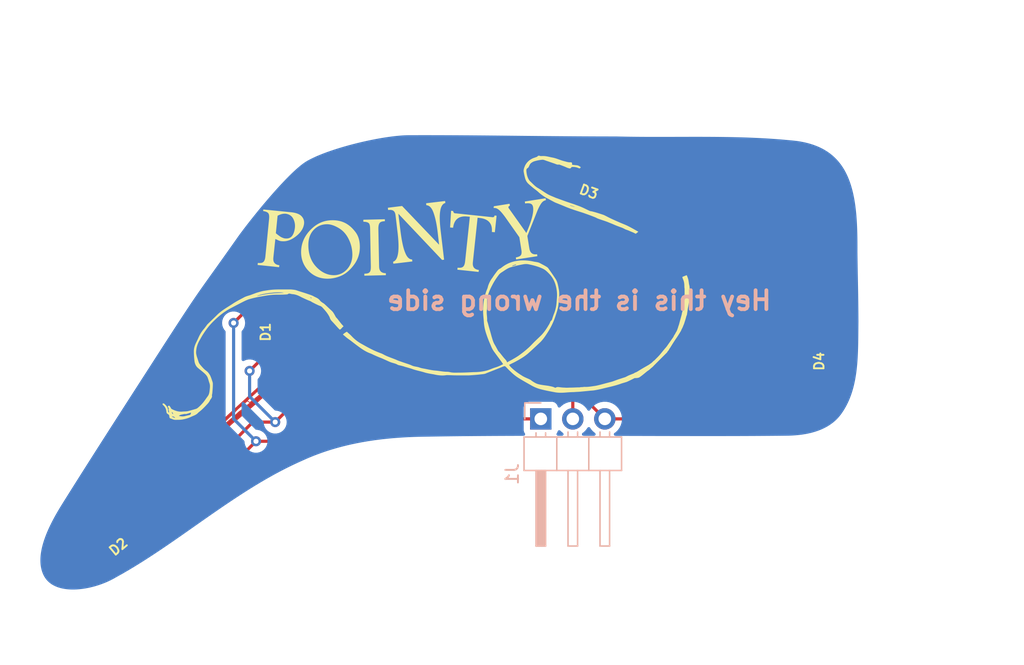
<source format=kicad_pcb>
(kicad_pcb (version 20211014) (generator pcbnew)
  (layers (0 "F.Cu" signal) (31 "B.Cu" signal) (34 "B.Paste" user) (35 "F.Paste" user) (36 "B.SilkS" user "B.Silkscreen") (37 "F.SilkS" user "F.Silkscreen") (38 "B.Mask" user) (39 "F.Mask" user) (44 "Edge.Cuts" user))
  (net 0 "")
  (net 1 "Net-(D1-Pad1)")
  (net 2 "Net-(D1-Pad2)")
  (net 3 "Net-(D3-Pad2)")
  (footprint "Custom4:Custom_LessSilkscreenLED_1206_3216Metric_Pad1.42x1.75mm_HandSolder" (layer "F.Cu") (at 35.052 40.3495 90)
    (fp_text reference "D1")
    (fp_text value "LED")
  )
  (footprint "Custom4:Custom_LessSilkscreenLED_1206_3216Metric_Pad1.42x1.75mm_HandSolder" (layer "F.Cu") (at 60.706 29.21 -20)
    (fp_text reference "D3")
    (fp_text value "LED")
  )
  (footprint "Custom4:pointy" (layer "F.Cu") (at 49.022 38.608)
    (fp_text reference "svg2mod" hide)
    (fp_text value "G***" hide)
    (fp_poly (pts (xy -32.345313 20.16125) (xy -32.335537 20.258964) (xy -32.323573 20.354452) (xy -32.309452 20.44773) (xy -32.293207 20.538818) (xy -32.274871 20.627732) (xy -32.254478 20.714492) (xy -32.232058 20.799114) (xy -32.207647 20.881617) (xy -32.181275 20.962017) (xy -32.152977 21.040335) (xy -32.122785 21.116586) (xy -32.090731 21.190789) (xy -32.056848 21.262963) (xy -32.02117 21.333124) (xy -31.983729 21.40129) (xy -31.944558 21.46748) (xy -31.903689 21.531712) (xy -31.861156 21.594003) (xy -31.816991 21.65437) (xy -31.771227 21.712833) (xy -31.723897 21.769409) (xy -31.675034 21.824115) (xy -31.62467 21.87697) (xy -31.572838 21.927991) (xy -31.519571 21.977197) (xy -31.464902 22.024604) (xy -31.408863 22.070232) (xy -31.351488 22.114098) (xy -31.292809 22.156219) (xy -31.23286 22.196614) (xy -31.171672 22.235301) (xy -31.109278 22.272297) (xy -31.045712 22.30762) (xy -30.981006 22.341289) (xy -30.915193 22.37332) (xy -30.848306 22.403733) (xy -30.780377 22.432544) (xy -30.71144 22.459771) (xy -30.641527 22.485433) (xy -30.570671 22.509548) (xy -30.498905 22.532133) (xy -30.426261 22.553205) (xy -30.352772 22.572784) (xy -30.278472 22.590887) (xy -30.203393 22.607531) (xy -30.127567 22.622735) (xy -30.051028 22.636516) (xy -29.973808 22.648892) (xy -29.895941 22.659882) (xy -29.817458 22.669503) (xy -29.738393 22.677773) (xy -29.658778 22.684709) (xy -29.578647 22.69033) (xy -29.498032 22.694654) (xy -29.416966 22.697698) (xy -29.335482 22.69948) (xy -29.253612 22.700018) (xy -29.171389 22.69933) (xy -29.088847 22.697435) (xy -29.006017 22.694349) (xy -28.922933 22.69009) (xy -28.839628 22.684677) (xy -28.756134 22.678127) (xy -28.672484 22.670459) (xy -28.58871 22.66169) (xy -28.504847 22.651837) (xy -28.420926 22.64092) (xy -28.33698 22.628955) (xy -28.253042 22.61596) (xy -28.169145 22.601954) (xy -28.085322 22.586955) (xy -28.001605 22.570979) (xy -27.918028 22.554046) (xy -27.834622 22.536172) (xy -27.751422 22.517376) (xy -27.668459 22.497676) (xy -27.585766 22.47709) (xy -27.503377 22.455634) (xy -27.421324 22.433328) (xy -27.339639 22.41019) (xy -27.258356 22.386236) (xy -27.177508 22.361485) (xy -27.097127 22.335954) (xy -27.017245 22.309663) (xy -26.937897 22.282627) (xy -26.859114 22.254866) (xy -26.78093 22.226398) (xy -26.703377 22.197239) (xy -26.626488 22.167408) (xy -26.550295 22.136923) (xy -26.474832 22.105802) (xy -26.400132 22.074062) (xy -26.326227 22.041722) (xy -26.25315 22.008799) (xy -26.180933 21.975311) (xy -26.10961 21.941277) (xy -26.039214 21.906713) (xy -25.969776 21.871638) (xy -25.901331 21.836069) (xy -25.83391 21.800025) (xy -25.767547 21.763523) (xy -25.702275 21.726582) (xy -25.638125 21.689219) (xy -25.553559 21.642927) (xy -25.469089 21.59636) (xy -25.384715 21.549523) (xy -25.300434 21.502419) (xy -25.216246 21.45505) (xy -25.132149 21.407422) (xy -25.048141 21.359537) (xy -24.964223 21.311399) (xy -24.880391 21.263012) (xy -24.796646 21.214379) (xy -24.712985 21.165503) (xy -24.629407 21.116389) (xy -24.545911 21.067041) (xy -24.462496 21.01746) (xy -24.379161 20.967652) (xy -24.295903 20.91762) (xy -24.212722 20.867367) (xy -24.129617 20.816897) (xy -24.046586 20.766213) (xy -23.963628 20.71532) (xy -23.880741 20.66422) (xy -23.797924 20.612917) (xy -23.715176 20.561416) (xy -23.632496 20.509719) (xy -23.549883 20.457829) (xy -23.467334 20.405752) (xy -23.384849 20.35349) (xy -23.302426 20.301046) (xy -23.220064 20.248426) (xy -23.137762 20.195631) (xy -23.055519 20.142665) (xy -22.973332 20.089533) (xy -22.891201 20.036238) (xy -22.809125 19.982782) (xy -22.727102 19.929171) (xy -22.645131 19.875408) (xy -22.563211 19.821495) (xy -22.48134 19.767438) (xy -22.399517 19.713238) (xy -22.31774 19.6589) (xy -22.236009 19.604428) (xy -22.154322 19.549825) (xy -22.072677 19.495095) (xy -21.991074 19.440241) (xy -21.909512 19.385267) (xy -21.827987 19.330176) (xy -21.746501 19.274972) (xy -21.665051 19.219659) (xy -21.583635 19.16424) (xy -21.502253 19.108718) (xy -21.420903 19.053098) (xy -21.339585 18.997383) (xy -21.258295 18.941577) (xy -21.177035 18.885683) (xy -21.095801 18.829704) (xy -21.014593 18.773645) (xy -20.933409 18.717509) (xy -20.852249 18.661299) (xy -20.77111 18.605019) (xy -20.689992 18.548673) (xy -20.608893 18.492264) (xy -20.527811 18.435796) (xy -20.446747 18.379273) (xy -20.365697 18.322697) (xy -20.284662 18.266073) (xy -20.203639 18.209404) (xy -20.122627 18.152694) (xy -20.041626 18.095947) (xy -19.960633 18.039165) (xy -19.879647 17.982353) (xy -19.798668 17.925514) (xy -19.717693 17.868652) (xy -19.636722 17.81177) (xy -19.555753 17.754873) (xy -19.474785 17.697962) (xy -19.393816 17.641043) (xy -19.312846 17.584118) (xy -19.231872 17.527192) (xy -19.150894 17.470267) (xy -19.069911 17.413348) (xy -18.98892 17.356438) (xy -18.907921 17.299541) (xy -18.826913 17.24266) (xy -18.745893 17.185798) (xy -18.664861 17.12896) (xy -18.583816 17.072149) (xy -18.502756 17.015369) (xy -18.42168 16.958623) (xy -18.340586 16.901914) (xy -18.259473 16.845247) (xy -18.178341 16.788625) (xy -18.097187 16.732051) (xy -18.01601 16.675529) (xy -17.934809 16.619063) (xy -17.853583 16.562657) (xy -17.77233 16.506313) (xy -17.691049 16.450035) (xy -17.609739 16.393828) (xy -17.528399 16.337694) (xy -17.447026 16.281638) (xy -17.365621 16.225662) (xy -17.28418 16.169771) (xy -17.202704 16.113968) (xy -17.121191 16.058256) (xy -17.03964 16.00264) (xy -16.958049 15.947122) (xy -16.876416 15.891707) (xy -16.794742 15.836397) (xy -16.713024 15.781197) (xy -16.63126 15.72611) (xy -16.549451 15.67114) (xy -16.467594 15.61629) (xy -16.385688 15.561565) (xy -16.303732 15.506966) (xy -16.221724 15.452499) (xy -16.139663 15.398166) (xy -16.057549 15.343971) (xy -15.975379 15.289919) (xy -15.893152 15.236011) (xy -15.810867 15.182253) (xy -15.728523 15.128647) (xy -15.646118 15.075198) (xy -15.563651 15.021908) (xy -15.481121 14.968782) (xy -15.398526 14.915822) (xy -15.315865 14.863034) (xy -15.233137 14.810419) (xy -15.150341 14.757982) (xy -15.067474 14.705726) (xy -14.984537 14.653655) (xy -14.901527 14.601773) (xy -14.818443 14.550082) (xy -14.735285 14.498588) (xy -14.65205 14.447292) (xy -14.568737 14.3962) (xy -14.485345 14.345314) (xy -14.401873 14.294638) (xy -14.318319 14.244175) (xy -14.234683 14.19393) (xy -14.150962 14.143905) (xy -14.067155 14.094105) (xy -13.983262 14.044533) (xy -13.89928 13.995192) (xy -13.81521 13.946087) (xy -13.731048 13.89722) (xy -13.646794 13.848596) (xy -13.562447 13.800217) (xy -13.478005 13.752088) (xy -13.393467 13.704212) (xy -13.308832 13.656593) (xy -13.224098 13.609234) (xy -13.139264 13.562138) (xy -13.054329 13.515311) (xy -12.969292 13.468754) (xy -12.88415 13.422472) (xy -12.798904 13.376468) (xy -12.713551 13.330746) (xy -12.62809 13.285309) (xy -12.54252 13.240161) (xy -12.456839 13.195306) (xy -12.371047 13.150747) (xy -12.285142 13.106488) (xy -12.199122 13.062532) (xy -12.112987 13.018882) (xy -12.026735 12.975544) (xy -11.940365 12.932519) (xy -11.853875 12.889813) (xy -11.767264 12.847427) (xy -11.680531 12.805366) (xy -11.593674 12.763634) (xy -11.506693 12.722234) (xy -11.419585 12.681169) (xy -11.33235 12.640444) (xy -11.244987 12.600062) (xy -11.157493 12.560025) (xy -11.069868 12.520339) (xy -10.98211 12.481007) (xy -10.894219 12.442031) (xy -10.803968 12.400468) (xy -10.713578 12.359473) (xy -10.62305 12.319044) (xy -10.532385 12.279176) (xy -10.441585 12.239867) (xy -10.350649 12.201113) (xy -10.25958 12.162911) (xy -10.168378 12.125257) (xy -10.077044 12.088148) (xy -9.985579 12.051581) (xy -9.893985 12.015553) (xy -9.802262 11.980059) (xy -9.710411 11.945097) (xy -9.618435 11.910664) (xy -9.526332 11.876756) (xy -9.434105 11.843369) (xy -9.341755 11.8105) (xy -9.249282 11.778147) (xy -9.156688 11.746305) (xy -9.063973 11.714971) (xy -8.97114 11.684142) (xy -8.878188 11.653815) (xy -8.785119 11.623986) (xy -8.691934 11.594651) (xy -8.598633 11.565809) (xy -8.505219 11.537454) (xy -8.411692 11.509584) (xy -8.318052 11.482196) (xy -8.224302 11.455285) (xy -8.130442 11.428849) (xy -8.036473 11.402885) (xy -7.942396 11.377389) (xy -7.848212 11.352357) (xy -7.753923 11.327787) (xy -7.659529 11.303675) (xy -7.565031 11.280017) (xy -7.470431 11.25681) (xy -7.375729 11.234052) (xy -7.280927 11.211738) (xy -7.186025 11.189865) (xy -7.091024 11.16843) (xy -6.995926 11.14743) (xy -6.900732 11.126861) (xy -6.805443 11.106719) (xy -6.710059 11.087002) (xy -6.614582 11.067706) (xy -6.519012 11.048828) (xy -6.423352 11.030364) (xy -6.327601 11.012312) (xy -6.231762 10.994667) (xy -6.135834 10.977426) (xy -6.039819 10.960586) (xy -5.943718 10.944145) (xy -5.847532 10.928097) (xy -5.751263 10.91244) (xy -5.65491 10.897171) (xy -5.558476 10.882286) (xy -5.461961 10.867782) (xy -5.365366 10.853655) (xy -5.268693 10.839903) (xy -5.171942 10.826522) (xy -5.075114 10.813508) (xy -4.97821 10.800858) (xy -4.881233 10.788569) (xy -4.784181 10.776637) (xy -4.687057 10.76506) (xy -4.589862 10.753833) (xy -4.492596 10.742953) (xy -4.395261 10.732418) (xy -4.297858 10.722223) (xy -4.200388 10.712366) (xy -4.102851 10.702842) (xy -4.005249 10.693649) (xy -3.907583 10.684784) (xy -3.809854 10.676242) (xy -3.712063 10.668021) (xy -3.61421 10.660117) (xy -3.516298 10.652527) (xy -3.418327 10.645248) (xy -3.320298 10.638275) (xy -3.222212 10.631607) (xy -3.12407 10.625239) (xy -3.025874 10.619168) (xy -2.927624 10.61339) (xy -2.829321 10.607904) (xy -2.730966 10.602704) (xy -2.632561 10.597788) (xy -2.534106 10.593152) (xy -2.435603 10.588793) (xy -2.337052 10.584708) (xy -2.238455 10.580894) (xy -2.139812 10.577346) (xy -2.041125 10.574062) (xy -1.942395 10.571038) (xy -1.843622 10.56827) (xy -1.744808 10.565757) (xy -1.645954 10.563494) (xy -1.547061 10.561477) (xy -1.448129 10.559704) (xy -1.349161 10.558171) (xy -1.250156 10.556875) (xy -1.153315 10.55525) (xy -1.056318 10.553649) (xy -0.959169 10.552072) (xy -0.861868 10.550518) (xy -0.764416 10.548988) (xy -0.666816 10.54748) (xy -0.569069 10.545996) (xy -0.471175 10.544534) (xy -0.373138 10.543095) (xy -0.274957 10.541679) (xy -0.176634 10.540285) (xy -0.078172 10.538914) (xy 0.020429 10.537564) (xy 0.119167 10.536237) (xy 0.218041 10.534931) (xy 0.317049 10.533647) (xy 0.41619 10.532384) (xy 0.515462 10.531143) (xy 0.614865 10.529923) (xy 0.714395 10.528724) (xy 0.814053 10.527546) (xy 0.913836 10.526388) (xy 1.013743 10.525252) (xy 1.113773 10.524135) (xy 1.213924 10.523039) (xy 1.314194 10.521964) (xy 1.414583 10.520908) (xy 1.515089 10.519872) (xy 1.61571 10.518856) (xy 1.716445 10.517859) (xy 1.817293 10.516882) (xy 1.918251 10.515924) (xy 2.019319 10.514985) (xy 2.120495 10.514065) (xy 2.221777 10.513164) (xy 2.323165 10.512281) (xy 2.424657 10.511417) (xy 2.52625 10.510572) (xy 2.627945 10.509744) (xy 2.729739 10.508935) (xy 2.831631 10.508144) (xy 2.933619 10.50737) (xy 3.035702 10.506614) (xy 3.137879 10.505876) (xy 3.240148 10.505154) (xy 3.342507 10.50445) (xy 3.444956 10.503763) (xy 3.547492 10.503093) (xy 3.650115 10.502439) (xy 3.752822 10.501802) (xy 3.855613 10.501182) (xy 3.958485 10.500578) (xy 4.061439 10.499989) (xy 4.164471 10.499417) (xy 4.26758 10.498861) (xy 4.370766 10.49832) (xy 4.474026 10.497795) (xy 4.57736 10.497285) (xy 4.680765 10.496791) (xy 4.78424 10.496311) (xy 4.887785 10.495846) (xy 4.991396 10.495396) (xy 5.095074 10.494961) (xy 5.198816 10.49454) (xy 5.302621 10.494134) (xy 5.406487 10.493742) (xy 5.510414 10.493363) (xy 5.614399 10.492999) (xy 5.718441 10.492648) (xy 5.822539 10.492311) (xy 5.926692 10.491987) (xy 6.030897 10.491677) (xy 6.135153 10.49138) (xy 6.23946 10.491095) (xy 6.343815 10.490824) (xy 6.448216 10.490565) (xy 6.552664 10.490318) (xy 6.657155 10.490084) (xy 6.761689 10.489863) (xy 6.866265 10.489653) (xy 6.97088 10.489455) (xy 7.075533 10.489269) (xy 7.180223 10.489095) (xy 7.284949 10.488932) (xy 7.389708 10.48878) (xy 7.4945 10.48864) (xy 7.599322 10.48851) (xy 7.704175 10.488392) (xy 7.809055 10.488284) (xy 7.913962 10.488187) (xy 8.018895 10.4881) (xy 8.12385 10.488023) (xy 8.228829 10.487957) (xy 8.333828 10.4879) (xy 8.438846 10.487854) (xy 8.543882 10.487817) (xy 8.648935 10.487789) (xy 8.754003 10.487771) (xy 8.859084 10.487762) (xy 8.964178 10.487763) (xy 9.069282 10.487772) (xy 9.174395 10.48779) (xy 9.279516 10.487816) (xy 9.384643 10.487851) (xy 9.489775 10.487895) (xy 9.59491 10.487946) (xy 9.700048 10.488006) (xy 9.805185 10.488073) (xy 9.910322 10.488148) (xy 10.015456 10.488231) (xy 10.120587 10.488321) (xy 10.225712 10.488419) (xy 10.33083 10.488523) (xy 10.43594 10.488635) (xy 10.54104 10.488753) (xy 10.646129 10.488878) (xy 10.751205 10.48901) (xy 10.856268 10.489148) (xy 10.961315 10.489292) (xy 11.066344 10.489442) (xy 11.171356 10.489598) (xy 11.276347 10.48976) (xy 11.381317 10.489928) (xy 11.486264 10.490101) (xy 11.591187 10.490279) (xy 11.696084 10.490463) (xy 11.800954 10.490651) (xy 11.905796 10.490845) (xy 12.010607 10.491043) (xy 12.115387 10.491246) (xy 12.220134 10.491453) (xy 12.324846 10.491665) (xy 12.429523 10.49188) (xy 12.534162 10.4921) (xy 12.638762 10.492323) (xy 12.743322 10.492551) (xy 12.84784 10.492781) (xy 12.952315 10.493015) (xy 13.056746 10.493253) (xy 13.16113 10.493493) (xy 13.265467 10.493736) (xy 13.369755 10.493982) (xy 13.473992 10.494231) (xy 13.578178 10.494482) (xy 13.68231 10.494736) (xy 13.786387 10.494991) (xy 13.890408 10.495249) (xy 13.994372 10.495509) (xy 14.098276 10.49577) (xy 14.202119 10.496033) (xy 14.305901 10.496297) (xy 14.409619 10.496563) (xy 14.513272 10.49683) (xy 14.616858 10.497098) (xy 14.720377 10.497366) (xy 14.823826 10.497636) (xy 14.927205 10.497906) (xy 15.030511 10.498176) (xy 15.133743 10.498446) (xy 15.2369 10.498717) (xy 15.339981 10.498987) (xy 15.442984 10.499258) (xy 15.545907 10.499528) (xy 15.648749 10.499797) (xy 15.751508 10.500066) (xy 15.854184 10.500334) (xy 15.956775 10.500601) (xy 16.059278 10.500866) (xy 16.161693 10.501131) (xy 16.264019 10.501394) (xy 16.366253 10.501656) (xy 16.468395 10.501916) (xy 16.570443 10.502174) (xy 16.672395 10.50243) (xy 16.77425 10.502684) (xy 16.876007 10.502935) (xy 16.977664 10.503184) (xy 17.07922 10.503431) (xy 17.180672 10.503675) (xy 17.282021 10.503916) (xy 17.383263 10.504153) (xy 17.484399 10.504388) (xy 17.585426 10.504619) (xy 17.686343 10.504847) (xy 17.787148 10.505071) (xy 17.887841 10.505291) (xy 17.988419 10.505507) (xy 18.088881 10.50572) (xy 18.189225 10.505928) (xy 18.289451 10.506131) (xy 18.389557 10.50633) (xy 18.489541 10.506524) (xy 18.589402 10.506714) (xy 18.689138 10.506898) (xy 18.788748 10.507077) (xy 18.88823 10.507251) (xy 18.987584 10.50742) (xy 19.086807 10.507583) (xy 19.185898 10.50774) (xy 19.284856 10.507891) (xy 19.383679 10.508036) (xy 19.482366 10.508175) (xy 19.580915 10.508308) (xy 19.679325 10.508434) (xy 19.777595 10.508553) (xy 19.875722 10.508666) (xy 19.973706 10.508772) (xy 20.071545 10.50887) (xy 20.169237 10.508962) (xy 20.266781 10.509046) (xy 20.364177 10.509122) (xy 20.461421 10.509191) (xy 20.558513 10.509251) (xy 20.655451 10.509304) (xy 20.752235 10.509349) (xy 20.848861 10.509385) (xy 20.94533 10.509413) (xy 21.041639 10.509433) (xy 21.137787 10.509443) (xy 21.233772 10.509445) (xy 21.329594 10.509437) (xy 21.425251 10.509421) (xy 21.52074 10.509395) (xy 21.616061 10.50936) (xy 21.711213 10.509314) (xy 21.806194 10.50926) (xy 21.901002 10.509195) (xy 21.995635 10.50912) (xy 22.090094 10.509035) (xy 22.184375 10.508939) (xy 22.278478 10.508833) (xy 22.372401 10.508716) (xy 22.466143 10.508589) (xy 22.559701 10.50845) (xy 22.653076 10.5083) (xy 22.746265 10.508139) (xy 22.839267 10.507967) (xy 22.93208 10.507782) (xy 23.024703 10.507587) (xy 23.117135 10.507379) (xy 23.209373 10.507159) (xy 23.301417 10.506927) (xy 23.393266 10.506683) (xy 23.484917 10.506426) (xy 23.576369 10.506156) (xy 23.667621 10.505874) (xy 23.758671 10.505579) (xy 23.849518 10.50527) (xy 23.940161 10.504949) (xy 24.030597 10.504614) (xy 24.120826 10.504265) (xy 24.210846 10.503903) (xy 24.300656 10.503527) (xy 24.390253 10.503137) (xy 24.479638 10.502733) (xy 24.568807 10.502314) (xy 24.65776 10.501881) (xy 24.746496 10.501434) (xy 24.835012 10.500972) (xy 24.923308 10.500495) (xy 25.011382 10.500002) (xy 25.099232 10.499495) (xy 25.186858 10.498972) (xy 25.274256 10.498434) (xy 25.361427 10.49788) (xy 25.448369 10.497311) (xy 25.53508 10.496725) (xy 25.621559 10.496123) (xy 25.707804 10.495505) (xy 25.793813 10.494871) (xy 25.879587 10.49422) (xy 25.965122 10.493553) (xy 26.050417 10.492868) (xy 26.135472 10.492167) (xy 26.220284 10.491449) (xy 26.304853 10.490713) (xy 26.389176 10.48996) (xy 26.473252 10.489189) (xy 26.55708 10.4884) (xy 26.640659 10.487594) (xy 26.723986 10.486769) (xy 26.80706 10.485927) (xy 26.889881 10.485066) (xy 26.972446 10.484186) (xy 27.054754 10.483288) (xy 27.136804 10.482371) (xy 27.218594 10.481436) (xy 27.300122 10.480481) (xy 27.381388 10.479507) (xy 27.462389 10.478513) (xy 27.543125 10.4775) (xy 27.637366 10.474938) (xy 27.731735 10.471566) (xy 27.826201 10.467363) (xy 27.920734 10.462307) (xy 28.015305 10.456374) (xy 28.109883 10.449543) (xy 28.204437 10.441792) (xy 28.298939 10.433099) (xy 28.393358 10.42344) (xy 28.487664 10.412795) (xy 28.581826 10.401141) (xy 28.675816 10.388456) (xy 28.769602 10.374717) (xy 28.863155 10.359903) (xy 28.956444 10.343991) (xy 29.04944 10.326959) (xy 29.142113 10.308785) (xy 29.234432 10.289446) (xy 29.326368 10.268921) (xy 29.41789 10.247187) (xy 29.508968 10.224223) (xy 29.599573 10.200005) (xy 29.689673 10.174512) (xy 29.77924 10.147722) (xy 29.868243 10.119612) (xy 29.956652 10.09016) (xy 30.044437 10.059344) (xy 30.131568 10.027142) (xy 30.218014 9.993532) (xy 30.303747 9.958491) (xy 30.388735 9.921998) (xy 30.472949 9.884029) (xy 30.556359 9.844564) (xy 30.638934 9.803579) (xy 30.720645 9.761053) (xy 30.801461 9.716963) (xy 30.881352 9.671287) (xy 30.960289 9.624003) (xy 31.038241 9.575089) (xy 31.115179 9.524523) (xy 31.191072 9.472282) (xy 31.265889 9.418344) (xy 31.339602 9.362688) (xy 31.41218 9.30529) (xy 31.483593 9.246129) (xy 31.553811 9.185182) (xy 31.622803 9.122428) (xy 31.69054 9.057844) (xy 31.756993 8.991408) (xy 31.822129 8.923098) (xy 31.885921 8.852891) (xy 31.948337 8.780766) (xy 32.009347 8.7067) (xy 32.068922 8.63067) (xy 32.127031 8.552656) (xy 32.182954 8.474184) (xy 32.23741 8.395134) (xy 32.290419 8.315514) (xy 32.342001 8.235335) (xy 32.392176 8.154604) (xy 32.440963 8.073331) (xy 32.488383 7.991526) (xy 32.534455 7.909197) (xy 32.579199 7.826354) (xy 32.622634 7.743006) (xy 32.664781 7.659162) (xy 32.705659 7.574831) (xy 32.745289 7.490022) (xy 32.783689 7.404745) (xy 32.82088 7.319009) (xy 32.856881 7.232822) (xy 32.891712 7.146194) (xy 32.925393 7.059134) (xy 32.957944 6.971652) (xy 32.989385 6.883756) (xy 33.019735 6.795456) (xy 33.049014 6.70676) (xy 33.077241 6.617679) (xy 33.104438 6.52822) (xy 33.130623 6.438394) (xy 33.155816 6.348209) (xy 33.180037 6.257675) (xy 33.203306 6.166801) (xy 33.225642 6.075595) (xy 33.247066 5.984068) (xy 33.267596 5.892228) (xy 33.287254 5.800084) (xy 33.306059 5.707646) (xy 33.324029 5.614922) (xy 33.341186 5.521923) (xy 33.35755 5.428656) (xy 33.373138 5.335132) (xy 33.387973 5.241359) (xy 33.402073 5.147347) (xy 33.415458 5.053104) (xy 33.428148 4.95864) (xy 33.440162 4.863964) (xy 33.451522 4.769086) (xy 33.462245 4.674013) (xy 33.472353 4.578757) (xy 33.481864 4.483324) (xy 33.490799 4.387726) (xy 33.499177 4.291971) (xy 33.507019 4.196068) (xy 33.514343 4.100026) (xy 33.521171 4.003855) (xy 33.52752 3.907563) (xy 33.533412 3.81116) (xy 33.538867 3.714655) (xy 33.543903 3.618057) (xy 33.54854 3.521376) (xy 33.5528 3.42462) (xy 33.5567 3.327799) (xy 33.560261 3.230921) (xy 33.563504 3.133996) (xy 33.566446 3.037034) (xy 33.569109 2.940042) (xy 33.571513 2.843031) (xy 33.573676 2.74601) (xy 33.575619 2.648987) (xy 33.577361 2.551973) (xy 33.578923 2.454975) (xy 33.580323 2.358004) (xy 33.581583 2.261068) (xy 33.582721 2.164177) (xy 33.583757 2.067339) (xy 33.584712 1.970564) (xy 33.585604 1.873861) (xy 33.586455 1.77724) (xy 33.587282 1.680709) (xy 33.588107 1.584277) (xy 33.58895 1.487954) (xy 33.589829 1.391749) (xy 33.590764 1.295671) (xy 33.591776 1.199729) (xy 33.592884 1.103933) (xy 33.594109 1.008291) (xy 33.595469 0.912813) (xy 33.594493 0.772812) (xy 33.593516 0.637673) (xy 33.592539 0.507231) (xy 33.591559 0.381323) (xy 33.590578 0.259786) (xy 33.589594 0.142457) (xy 33.588607 0.029172) (xy 33.587617 -0.08023) (xy 33.586622 -0.185914) (xy 33.585622 -0.288043) (xy 33.584617 -0.386779) (xy 33.583607 -0.482287) (xy 33.58259 -0.574728) (xy 33.581566 -0.664266) (xy 33.580535 -0.751065) (xy 33.579496 -0.835287) (xy 33.578449 -0.917096) (xy 33.577392 -0.996655) (xy 33.576327 -1.074126) (xy 33.575251 -1.149673) (xy 33.574165 -1.223459) (xy 33.573068 -1.295648) (xy 33.571959 -1.366402) (xy 33.570838 -1.435884) (xy 33.569705 -1.504258) (xy 33.568558 -1.571687) (xy 33.567398 -1.638333) (xy 33.566224 -1.704361) (xy 33.565035 -1.769933) (xy 33.563831 -1.835212) (xy 33.562611 -1.900362) (xy 33.561375 -1.965545) (xy 33.560122 -2.030925) (xy 33.558851 -2.096665) (xy 33.557563 -2.162927) (xy 33.556257 -2.229876) (xy 33.554931 -2.297674) (xy 33.553587 -2.366484) (xy 33.552222 -2.43647) (xy 33.550837 -2.507795) (xy 33.549431 -2.580621) (xy 33.548003 -2.655113) (xy 33.546553 -2.731432) (xy 33.545081 -2.809742) (xy 33.543586 -2.890207) (xy 33.542067 -2.97299) (xy 33.540524 -3.058253) (xy 33.538956 -3.146159) (xy 33.537363 -3.236873) (xy 33.535745 -3.330556) (xy 33.5341 -3.427373) (xy 33.532428 -3.527485) (xy 33.530729 -3.631058) (xy 33.529003 -3.738252) (xy 33.527248 -3.849233) (xy 33.525464 -3.964162) (xy 33.523651 -4.083203) (xy 33.521808 -4.20652) (xy 33.519934 -4.334274) (xy 33.51803 -4.46663) (xy 33.516094 -4.60375) (xy 33.516478 -4.695612) (xy 33.516773 -4.787496) (xy 33.516969 -4.879394) (xy 33.517056 -4.971297) (xy 33.517024 -5.063197) (xy 33.516863 -5.155086) (xy 33.516563 -5.246955) (xy 33.516113 -5.338797) (xy 33.515505 -5.430602) (xy 33.514727 -5.522362) (xy 33.51377 -5.61407) (xy 33.512624 -5.705716) (xy 33.511279 -5.797293) (xy 33.509724 -5.888792) (xy 33.50795 -5.980204) (xy 33.505947 -6.071522) (xy 33.503704 -6.162737) (xy 33.501212 -6.253841) (xy 33.498461 -6.344825) (xy 33.49544 -6.435681) (xy 33.49214 -6.526401) (xy 33.48855 -6.616976) (xy 33.484661 -6.707399) (xy 33.480462 -6.79766) (xy 33.475944 -6.887752) (xy 33.471097 -6.977666) (xy 33.465909 -7.067393) (xy 33.460373 -7.156926) (xy 33.454476 -7.246256) (xy 33.44821 -7.335375) (xy 33.441564 -7.424275) (xy 33.434529 -7.512946) (xy 33.427093 -7.601381) (xy 33.419249 -7.689572) (xy 33.410984 -7.77751) (xy 33.402289 -7.865186) (xy 33.393155 -7.952593) (xy 33.383571 -8.039723) (xy 33.373527 -8.126566) (xy 33.363013 -8.213114) (xy 33.35202 -8.29936) (xy 33.340536 -8.385294) (xy 33.328553 -8.470909) (xy 33.316059 -8.556196) (xy 33.303046 -8.641147) (xy 33.289502 -8.725753) (xy 33.275418 -8.810007) (xy 33.260785 -8.893899) (xy 33.245591 -8.977422) (xy 33.229827 -9.060567) (xy 33.213483 -9.143325) (xy 33.196549 -9.22569) (xy 33.179015 -9.307651) (xy 33.160871 -9.389201) (xy 33.142106 -9.470332) (xy 33.122711 -9.551035) (xy 33.102676 -9.631302) (xy 33.081991 -9.711124) (xy 33.060645 -9.790494) (xy 33.038629 -9.869402) (xy 33.015932 -9.947841) (xy 32.992546 -10.025802) (xy 32.968458 -10.103277) (xy 32.943661 -10.180257) (xy 32.918143 -10.256735) (xy 32.891894 -10.332701) (xy 32.864905 -10.408148) (xy 32.837165 -10.483067) (xy 32.808665 -10.55745) (xy 32.779395 -10.631289) (xy 32.749343 -10.704575) (xy 32.718501 -10.7773) (xy 32.686859 -10.849455) (xy 32.654406 -10.921032) (xy 32.621132 -10.992024) (xy 32.587027 -11.062421) (xy 32.552082 -11.132215) (xy 32.516286 -11.201398) (xy 32.479629 -11.269961) (xy 32.442101 -11.337897) (xy 32.403693 -11.405197) (xy 32.364394 -11.471852) (xy 32.324194 -11.537855) (xy 32.283083 -11.603196) (xy 32.241051 -11.667868) (xy 32.198088 -11.731863) (xy 32.154184 -11.795171) (xy 32.109329 -11.857785) (xy 32.063513 -11.919696) (xy 32.016726 -11.980895) (xy 31.968958 -12.041376) (xy 31.920199 -12.101129) (xy 31.870439 -12.160146) (xy 31.819668 -12.218418) (xy 31.767876 -12.275937) (xy 31.715052 -12.332696) (xy 31.661188 -12.388685) (xy 31.606272 -12.443897) (xy 31.550295 -12.498322) (xy 31.493246 -12.551953) (xy 31.435116 -12.604781) (xy 31.375896 -12.656798) (xy 31.315573 -12.707996) (xy 31.25414 -12.758366) (xy 31.191584 -12.8079) (xy 31.127898 -12.85659) (xy 31.06307 -12.904427) (xy 30.997091 -12.951403) (xy 30.92995 -12.99751) (xy 30.861638 -13.042739) (xy 30.792144 -13.087081) (xy 30.721459 -13.13053) (xy 30.649572 -13.173076) (xy 30.576473 -13.214711) (xy 30.502153 -13.255426) (xy 30.426602 -13.295214) (xy 30.349808 -13.334066) (xy 30.271763 -13.371973) (xy 30.192457 -13.408928) (xy 30.111878 -13.444922) (xy 30.030018 -13.479946) (xy 29.946866 -13.513993) (xy 29.862412 -13.547054) (xy 29.776647 -13.57912) (xy 29.689559 -13.610184) (xy 29.60114 -13.640237) (xy 29.511379 -13.66927) (xy 29.420266 -13.697276) (xy 29.327791 -13.724246) (xy 29.233944 -13.750171) (xy 29.138715 -13.775044) (xy 29.042094 -13.798856) (xy 28.944071 -13.821599) (xy 28.844636 -13.843263) (xy 28.743779 -13.863842) (xy 28.64149 -13.883327) (xy 28.537759 -13.901709) (xy 28.432576 -13.91898) (xy 28.32593 -13.935132) (xy 28.217813 -13.950156) (xy 28.119956 -13.960646) (xy 28.022104 -13.970915) (xy 27.924257 -13.980966) (xy 27.826416 -13.990799) (xy 27.728578 -14.000419) (xy 27.630744 -14.009826) (xy 27.532915 -14.019024) (xy 27.435088 -14.028014) (xy 27.337265 -14.0368) (xy 27.239445 -14.045382) (xy 27.141627 -14.053764) (xy 27.043811 -14.061948) (xy 26.945998 -14.069936) (xy 26.848186 -14.077731) (xy 26.750375 -14.085334) (xy 26.652565 -14.092748) (xy 26.554756 -14.099976) (xy 26.456947 -14.107019) (xy 26.359139 -14.11388) (xy 26.26133 -14.120561) (xy 26.16352 -14.127065) (xy 26.06571 -14.133393) (xy 25.967899 -14.139549) (xy 25.870086 -14.145534) (xy 25.772271 -14.15135) (xy 25.674455 -14.157001) (xy 25.576636 -14.162488) (xy 25.478814 -14.167813) (xy 25.380989 -14.172979) (xy 25.283161 -14.177989) (xy 25.185329 -14.182844) (xy 25.087494 -14.187546) (xy 24.989654 -14.192099) (xy 24.89181 -14.196504) (xy 24.793961 -14.200763) (xy 24.696107 -14.204879) (xy 24.598247 -14.208855) (xy 24.500382 -14.212692) (xy 24.402511 -14.216393) (xy 24.304633 -14.21996) (xy 24.206748 -14.223396) (xy 24.108857 -14.226702) (xy 24.010958 -14.229881) (xy 23.913052 -14.232935) (xy 23.815138 -14.235867) (xy 23.717216 -14.238679) (xy 23.619285 -14.241373) (xy 23.521346 -14.243952) (xy 23.423397 -14.246417) (xy 23.325439 -14.248771) (xy 23.227471 -14.251017) (xy 23.129493 -14.253156) (xy 23.031505 -14.255191) (xy 22.933506 -14.257125) (xy 22.835497 -14.258959) (xy 22.737476 -14.260696) (xy 22.639443 -14.262338) (xy 22.541399 -14.263887) (xy 22.443342 -14.265346) (xy 22.345273 -14.266717) (xy 22.247191 -14.268002) (xy 22.149096 -14.269204) (xy 22.050988 -14.270325) (xy 21.952866 -14.271367) (xy 21.85473 -14.272333) (xy 21.75658 -14.273224) (xy 21.658415 -14.274044) (xy 21.560235 -14.274793) (xy 21.46204 -14.275476) (xy 21.36383 -14.276093) (xy 21.265603 -14.276648) (xy 21.167361 -14.277142) (xy 21.069102 -14.277578) (xy 20.970826 -14.277958) (xy 20.872533 -14.278285) (xy 20.774223 -14.27856) (xy 20.675895 -14.278787) (xy 20.577549 -14.278966) (xy 20.479185 -14.279102) (xy 20.380802 -14.279195) (xy 20.282401 -14.279249) (xy 20.18398 -14.279265) (xy 20.085539 -14.279245) (xy 19.987079 -14.279193) (xy 19.888599 -14.279111) (xy 19.790098 -14.279) (xy 19.691577 -14.278863) (xy 19.593034 -14.278702) (xy 19.49447 -14.27852) (xy 19.395885 -14.278318) (xy 19.297277 -14.2781) (xy 19.198648 -14.277867) (xy 19.099995 -14.277623) (xy 19.00132 -14.277368) (xy 18.902622 -14.277105) (xy 18.8039 -14.276837) (xy 18.705154 -14.276566) (xy 18.606385 -14.276295) (xy 18.50759 -14.276024) (xy 18.408772 -14.275758) (xy 18.309928 -14.275498) (xy 18.211058 -14.275246) (xy 18.112164 -14.275005) (xy 18.013243 -14.274777) (xy 17.914296 -14.274564) (xy 17.815322 -14.274369) (xy 17.716322 -14.274194) (xy 17.617294 -14.27404) (xy 17.518239 -14.273912) (xy 17.419156 -14.27381) (xy 17.320045 -14.273737) (xy 17.220906 -14.273696) (xy 17.121738 -14.273688) (xy 17.022541 -14.273716) (xy 16.923315 -14.273783) (xy 16.824059 -14.27389) (xy 16.724773 -14.27404) (xy 16.625457 -14.274235) (xy 16.52611 -14.274477) (xy 16.426733 -14.274769) (xy 16.327324 -14.275114) (xy 16.227884 -14.275512) (xy 16.128412 -14.275967) (xy 16.028909 -14.276482) (xy 15.929372 -14.277057) (xy 15.829804 -14.277696) (xy 15.730202 -14.2784) (xy 15.630567 -14.279173) (xy 15.530898 -14.280016) (xy 15.431195 -14.280932) (xy 15.331458 -14.281923) (xy 15.231687 -14.282991) (xy 15.131881 -14.284139) (xy 15.03204 -14.285368) (xy 14.932163 -14.286682) (xy 14.832251 -14.288082) (xy 14.732302 -14.289571) (xy 14.632317 -14.291151) (xy 14.532296 -14.292824) (xy 14.432237 -14.294593) (xy 14.332142 -14.29646) (xy 14.232009 -14.298427) (xy 14.131837 -14.300497) (xy 14.031628 -14.302671) (xy 13.93138 -14.304953) (xy 13.831094 -14.307344) (xy 13.732464 -14.307357) (xy 13.633817 -14.307395) (xy 13.535154 -14.307459) (xy 13.436474 -14.307548) (xy 13.337778 -14.307661) (xy 13.239066 -14.307798) (xy 13.140338 -14.30796) (xy 13.041595 -14.308144) (xy 12.942836 -14.308353) (xy 12.844063 -14.308584) (xy 12.745274 -14.308837) (xy 12.646472 -14.309113) (xy 12.547655 -14.30941) (xy 12.448824 -14.30973) (xy 12.34998 -14.31007) (xy 12.251122 -14.310431) (xy 12.152252 -14.310813) (xy 12.053368 -14.311215) (xy 11.954472 -14.311636) (xy 11.855563 -14.312077) (xy 11.756643 -14.312538) (xy 11.65771 -14.313017) (xy 11.558766 -14.313515) (xy 11.459811 -14.31403) (xy 11.360844 -14.314564) (xy 11.261867 -14.315115) (xy 11.16288 -14.315683) (xy 11.063882 -14.316268) (xy 10.964874 -14.31687) (xy 10.865856 -14.317487) (xy 10.766829 -14.31812) (xy 10.667793 -14.318769) (xy 10.568748 -14.319433) (xy 10.469694 -14.320112) (xy 10.370631 -14.320805) (xy 10.271561 -14.321512) (xy 10.172482 -14.322232) (xy 10.073396 -14.322967) (xy 9.974303 -14.323714) (xy 9.875202 -14.324474) (xy 9.776094 -14.325246) (xy 9.67698 -14.326031) (xy 9.57786 -14.326827) (xy 9.478733 -14.327635) (xy 9.379601 -14.328453) (xy 9.280463 -14.329283) (xy 9.181319 -14.330122) (xy 9.082171 -14.330972) (xy 8.983018 -14.331831) (xy 8.88386 -14.3327) (xy 8.784698 -14.333578) (xy 8.685532 -14.334464) (xy 8.586363 -14.335359) (xy 8.48719 -14.336261) (xy 8.388013 -14.337172) (xy 8.288834 -14.338089) (xy 8.189652 -14.339014) (xy 8.090467 -14.339945) (xy 7.991281 -14.340883) (xy 7.892092 -14.341826) (xy 7.792902 -14.342776) (xy 7.69371 -14.34373) (xy 7.594517 -14.344689) (xy 7.495323 -14.345653) (xy 7.396129 -14.346622) (xy 7.296934 -14.347594) (xy 7.197739 -14.34857) (xy 7.098545 -14.349549) (xy 6.99935 -14.350531) (xy 6.900157 -14.351515) (xy 6.800964 -14.352502) (xy 6.701773 -14.353491) (xy 6.602583 -14.354481) (xy 6.503394 -14.355472) (xy 6.404208 -14.356465) (xy 6.305024 -14.357457) (xy 6.205843 -14.358451) (xy 6.106664 -14.359444) (xy 6.007488 -14.360436) (xy 5.908316 -14.361428) (xy 5.809147 -14.362418) (xy 5.709981 -14.363407) (xy 5.61082 -14.364395) (xy 5.511664 -14.36538) (xy 5.412511 -14.366362) (xy 5.313364 -14.367342) (xy 5.214222 -14.368318) (xy 5.115085 -14.369292) (xy 5.015954 -14.370261) (xy 4.916828 -14.371226) (xy 4.817709 -14.372186) (xy 4.718596 -14.373142) (xy 4.61949 -14.374092) (xy 4.520391 -14.375037) (xy 4.421299 -14.375976) (xy 4.322214 -14.376909) (xy 4.223137 -14.377835) (xy 4.124068 -14.378754) (xy 4.025007 -14.379666) (xy 3.925955 -14.380571) (xy 3.826912 -14.381467) (xy 3.727877 -14.382356) (xy 3.628852 -14.383236) (xy 3.529836 -14.384106) (xy 3.43083 -14.384968) (xy 3.331834 -14.38582) (xy 3.232849 -14.386662) (xy 3.133874 -14.387493) (xy 3.03491 -14.388315) (xy 2.935957 -14.389125) (xy 2.837015 -14.389924) (xy 2.738085 -14.390711) (xy 2.639167 -14.391486) (xy 2.54026 -14.392249) (xy 2.441367 -14.392999) (xy 2.342486 -14.393736) (xy 2.243617 -14.39446) (xy 2.144762 -14.395171) (xy 2.045921 -14.395867) (xy 1.947093 -14.396549) (xy 1.848279 -14.397216) (xy 1.749479 -14.397868) (xy 1.650694 -14.398505) (xy 1.551924 -14.399127) (xy 1.453168 -14.399732) (xy 1.354428 -14.40032) (xy 1.255703 -14.400893) (xy 1.156994 -14.401448) (xy 1.058301 -14.401985) (xy 0.959624 -14.402505) (xy 0.860964 -14.403007) (xy 0.762321 -14.40349) (xy 0.663695 -14.403955) (xy 0.565086 -14.404401) (xy 0.466495 -14.404827) (xy 0.367921 -14.405233) (xy 0.269366 -14.40562) (xy 0.170829 -14.405986) (xy 0.072311 -14.406331) (xy -0.026189 -14.406655) (xy -0.124669 -14.406958) (xy -0.22313 -14.407238) (xy -0.321571 -14.407497) (xy -0.419992 -14.407733) (xy -0.518393 -14.407947) (xy -0.616774 -14.408137) (xy -0.715133 -14.408304) (xy -0.813472 -14.408447) (xy -0.91179 -14.408566) (xy -1.010086 -14.40866) (xy -1.10836 -14.40873) (xy -1.206613 -14.408774) (xy -1.304843 -14.408793) (xy -1.40305 -14.408786) (xy -1.501235 -14.408753) (xy -1.599397 -14.408693) (xy -1.697535 -14.408606) (xy -1.79565 -14.408493) (xy -1.893741 -14.408351) (xy -1.991807 -14.408182) (xy -2.08985 -14.407985) (xy -2.187868 -14.407759) (xy -2.285861 -14.407504) (xy -2.383828 -14.40722) (xy -2.481771 -14.406906) (xy -2.579687 -14.406562) (xy -2.652748 -14.406173) (xy -2.727422 -14.405011) (xy -2.803671 -14.403083) (xy -2.881454 -14.4004) (xy -2.960733 -14.396968) (xy -3.041468 -14.392797) (xy -3.123619 -14.387895) (xy -3.207146 -14.382271) (xy -3.292011 -14.375933) (xy -3.378174 -14.368889) (xy -3.465595 -14.361147) (xy -3.554235 -14.352718) (xy -3.644054 -14.343607) (xy -3.735013 -14.333825) (xy -3.827071 -14.32338) (xy -3.920191 -14.312279) (xy -4.014331 -14.300532) (xy -4.109454 -14.288147) (xy -4.205518 -14.275133) (xy -4.302484 -14.261497) (xy -4.400314 -14.247248) (xy -4.498968 -14.232396) (xy -4.598405 -14.216947) (xy -4.698587 -14.200911) (xy -4.799473 -14.184296) (xy -4.901025 -14.16711) (xy -5.003203 -14.149363) (xy -5.105968 -14.131061) (xy -5.209279 -14.112215) (xy -5.313098 -14.092832) (xy -5.417384 -14.07292) (xy -5.522099 -14.052489) (xy -5.627202 -14.031546) (xy -5.732655 -14.010101) (xy -5.838418 -13.98816) (xy -5.944451 -13.965734) (xy -6.050714 -13.94283) (xy -6.157169 -13.919457) (xy -6.263775 -13.895624) (xy -6.370493 -13.871338) (xy -6.477285 -13.846608) (xy -6.584109 -13.821442) (xy -6.690927 -13.79585) (xy -6.797698 -13.769839) (xy -6.904385 -13.743419) (xy -7.010946 -13.716596) (xy -7.117343 -13.68938) (xy -7.223536 -13.66178) (xy -7.329485 -13.633803) (xy -7.435152 -13.605459) (xy -7.540495 -13.576755) (xy -7.645477 -13.5477) (xy -7.750057 -13.518303) (xy -7.854196 -13.488572) (xy -7.957854 -13.458515) (xy -8.060992 -13.42814) (xy -8.16357 -13.397457) (xy -8.265549 -13.366474) (xy -8.366889 -13.335199) (xy -8.467552 -13.303641) (xy -8.567496 -13.271807) (xy -8.666683 -13.239707) (xy -8.765073 -13.207349) (xy -8.862627 -13.174742) (xy -8.959305 -13.141893) (xy -9.055067 -13.108811) (xy -9.149875 -13.075506) (xy -9.243688 -13.041984) (xy -9.336467 -13.008255) (xy -9.428173 -12.974327) (xy -9.518766 -12.940208) (xy -9.608206 -12.905908) (xy -9.696455 -12.871434) (xy -9.783471 -12.836794) (xy -9.869217 -12.801998) (xy -9.953652 -12.767054) (xy -10.036737 -12.731969) (xy -10.118432 -12.696754) (xy -10.198698 -12.661415) (xy -10.277496 -12.625962) (xy -10.354785 -12.590403) (xy -10.430527 -12.554746) (xy -10.504681 -12.519) (xy -10.577209 -12.483174) (xy -10.64807 -12.447275) (xy -10.717226 -12.411312) (xy -10.784636 -12.375294) (xy -10.850261 -12.339229) (xy -10.914062 -12.303125) (xy -10.967935 -12.272466) (xy -11.023075 -12.239355) (xy -11.079446 -12.203846) (xy -11.137013 -12.165991) (xy -11.19574 -12.125844) (xy -11.255593 -12.083458) (xy -11.316537 -12.038885) (xy -11.378535 -11.992179) (xy -11.441552 -11.943394) (xy -11.505554 -11.892582) (xy -11.570505 -11.839796) (xy -11.63637 -11.78509) (xy -11.703113 -11.728516) (xy -11.770699 -11.670128) (xy -11.839093 -11.609979) (xy -11.90826 -11.548122) (xy -11.978164 -11.48461) (xy -12.04877 -11.419496) (xy -12.120042 -11.352834) (xy -12.191947 -11.284676) (xy -12.264447 -11.215075) (xy -12.337508 -11.144086) (xy -12.411095 -11.07176) (xy -12.485172 -10.998151) (xy -12.559704 -10.923312) (xy -12.634656 -10.847296) (xy -12.709993 -10.770157) (xy -12.785678 -10.691947) (xy -12.861677 -10.612719) (xy -12.937955 -10.532528) (xy -13.014477 -10.451425) (xy -13.091206 -10.369464) (xy -13.168108 -10.286698) (xy -13.245147 -10.20318) (xy -13.322289 -10.118963) (xy -13.399498 -10.034101) (xy -13.476738 -9.948647) (xy -13.553974 -9.862653) (xy -13.631172 -9.776173) (xy -13.708295 -9.689259) (xy -13.785309 -9.601966) (xy -13.862178 -9.514346) (xy -13.938867 -9.426452) (xy -14.01534 -9.338337) (xy -14.091563 -9.250055) (xy -14.167499 -9.161659) (xy -14.243115 -9.073201) (xy -14.318374 -8.984735) (xy -14.393241 -8.896314) (xy -14.467681 -8.807992) (xy -14.541659 -8.71982) (xy -14.615139 -8.631853) (xy -14.688086 -8.544143) (xy -14.760465 -8.456744) (xy -14.83224 -8.369708) (xy -14.903376 -8.28309) (xy -14.973839 -8.196941) (xy -15.043592 -8.111316) (xy -15.1126 -8.026266) (xy -15.180828 -7.941846) (xy -15.248241 -7.858108) (xy -15.314804 -7.775106) (xy -15.380481 -7.692893) (xy -15.445236 -7.611521) (xy -15.509036 -7.531044) (xy -15.571843 -7.451516) (xy -15.633624 -7.372988) (xy -15.694342 -7.295515) (xy -15.753963 -7.219149) (xy -15.812452 -7.143944) (xy -15.869772 -7.069952) (xy -15.925888 -6.997227) (xy -15.980766 -6.925822) (xy -16.03437 -6.85579) (xy -16.086665 -6.787185) (xy -16.137616 -6.720058) (xy -16.187186 -6.654464) (xy -16.235342 -6.590455) (xy -16.282047 -6.528085) (xy -16.327266 -6.467406) (xy -16.370965 -6.408473) (xy -16.413107 -6.351337) (xy -16.453658 -6.296053) (xy -16.492582 -6.242673) (xy -16.529844 -6.19125) (xy -16.605653 -6.083595) (xy -16.680136 -5.977877) (xy -16.753313 -5.874068) (xy -16.825202 -5.772138) (xy -16.895823 -5.672058) (xy -16.965195 -5.5738) (xy -17.033338 -5.477334) (xy -17.10027 -5.382631) (xy -17.16601 -5.289663) (xy -17.230578 -5.1984) (xy -17.293993 -5.108813) (xy -17.356274 -5.020873) (xy -17.41744 -4.934552) (xy -17.47751 -4.849819) (xy -17.536504 -4.766646) (xy -17.594441 -4.685005) (xy -17.651339 -4.604865) (xy -17.707219 -4.526199) (xy -17.762099 -4.448976) (xy -17.815998 -4.373168) (xy -17.868936 -4.298747) (xy -17.920931 -4.225681) (xy -17.972003 -4.153944) (xy -18.022172 -4.083506) (xy -18.071456 -4.014337) (xy -18.119874 -3.946409) (xy -18.167445 -3.879693) (xy -18.21419 -3.814159) (xy -18.260126 -3.749779) (xy -18.305273 -3.686523) (xy -18.349651 -3.624363) (xy -18.393278 -3.56327) (xy -18.436174 -3.503213) (xy -18.478357 -3.444166) (xy -18.519847 -3.386098) (xy -18.560664 -3.32898) (xy -18.600826 -3.272783) (xy -18.640352 -3.217479) (xy -18.679262 -3.163038) (xy -18.717574 -3.109432) (xy -18.755309 -3.05663) (xy -18.792484 -3.004605) (xy -18.82912 -2.953327) (xy -18.865235 -2.902767) (xy -18.900849 -2.852896) (xy -18.935981 -2.803685) (xy -18.97065 -2.755106) (xy -19.004875 -2.707128) (xy -19.038675 -2.659723) (xy -19.07207 -2.612862) (xy -19.105078 -2.566516) (xy -19.137719 -2.520656) (xy -19.170012 -2.475252) (xy -19.201976 -2.430277) (xy -19.233631 -2.3857) (xy -19.264995 -2.341493) (xy -19.296088 -2.297627) (xy -19.326928 -2.254072) (xy -19.357536 -2.2108) (xy -19.387929 -2.167782) (xy -19.418128 -2.124988) (xy -19.448152 -2.08239) (xy -19.478019 -2.039958) (xy -19.507749 -1.997663) (xy -19.537361 -1.955477) (xy -19.566875 -1.913371) (xy -19.596308 -1.871315) (xy -19.625682 -1.82928) (xy -19.655014 -1.787238) (xy -19.684323 -1.745159) (xy -19.71363 -1.703014) (xy -19.742953 -1.660774) (xy -19.772311 -1.61841) (xy -19.801724 -1.575894) (xy -19.831211 -1.533196) (xy -19.860791 -1.490287) (xy -19.890482 -1.447138) (xy -19.920305 -1.40372) (xy -19.950278 -1.360003) (xy -19.980421 -1.31596) (xy -20.010752 -1.271561) (xy -20.041292 -1.226777) (xy -20.072058 -1.181578) (xy -20.103071 -1.135937) (xy -20.134349 -1.089823) (xy -20.165912 -1.043208) (xy -20.197778 -0.996063) (xy -20.229968 -0.948358) (xy -20.262499 -0.900065) (xy -20.295392 -0.851155) (xy -20.328665 -0.801598) (xy -20.362338 -0.751366) (xy -20.396429 -0.700429) (xy -20.430959 -0.648759) (xy -20.465945 -0.596327) (xy -20.501408 -0.543103) (xy -20.537366 -0.489058) (xy -20.573839 -0.434163) (xy -20.610846 -0.37839) (xy -20.648405 -0.32171) (xy -20.686537 -0.264092) (xy -20.72526 -0.205509) (xy -20.764594 -0.145931) (xy -20.804557 -0.085329) (xy -20.845169 -0.023675) (xy -20.886449 0.039062) (xy -20.928416 0.102909) (xy -20.971089 0.167897) (xy -21.014488 0.234053) (xy -21.058632 0.301407) (xy -21.103539 0.369989) (xy -21.149229 0.439826) (xy -21.195722 0.510949) (xy -21.243036 0.583386) (xy -21.29119 0.657165) (xy -21.340204 0.732317) (xy -21.390097 0.808871) (xy -21.440888 0.886854) (xy -21.492596 0.966297) (xy -21.54524 1.047229) (xy -21.59884 1.129677) (xy -21.653415 1.213672) (xy -21.708983 1.299242) (xy -21.765565 1.386417) (xy -21.823178 1.475226) (xy -21.881843 1.565697) (xy -21.941579 1.657859) (xy -22.002404 1.751742) (xy -22.064338 1.847375) (xy -22.1274 1.944786) (xy -22.19161 2.044005) (xy -22.256986 2.145061) (xy -22.323547 2.247982) (xy -22.391313 2.352798) (xy -22.460303 2.459539) (xy -22.530536 2.568231) (xy -22.602031 2.678906) (xy -22.655178 2.761619) (xy -22.70834 2.844347) (xy -22.761518 2.927091) (xy -22.814711 3.009851) (xy -22.867919 3.092626) (xy -22.921141 3.175416) (xy -22.974377 3.258222) (xy -23.027628 3.341042) (xy -23.080891 3.423876) (xy -23.134168 3.506726) (xy -23.187458 3.589589) (xy -23.24076 3.672467) (xy -23.294074 3.755358) (xy -23.347401 3.838263) (xy -23.400739 3.921182) (xy -23.454088 4.004115) (xy -23.507448 4.08706) (xy -23.560818 4.170018) (xy -23.614199 4.25299) (xy -23.66759 4.335974) (xy -23.72099 4.41897) (xy -23.7744 4.501979) (xy -23.827818 4.585) (xy -23.881246 4.668033) (xy -23.934681 4.751078) (xy -23.988125 4.834134) (xy -24.041576 4.917201) (xy -24.095035 5.00028) (xy -24.1485 5.08337) (xy -24.201972 5.166471) (xy -24.255451 5.249583) (xy -24.308936 5.332704) (xy -24.362426 5.415837) (xy -24.415922 5.498979) (xy -24.469423 5.582132) (xy -24.522929 5.665294) (xy -24.576439 5.748466) (xy -24.629953 5.831647) (xy -24.683471 5.914838) (xy -24.736992 5.998037) (xy -24.790517 6.081246) (xy -24.844044 6.164463) (xy -24.897574 6.247689) (xy -24.951106 6.330923) (xy -25.00464 6.414165) (xy -25.058175 6.497415) (xy -25.111712 6.580673) (xy -25.165249 6.663939) (xy -25.218787 6.747212) (xy -25.272325 6.830492) (xy -25.325863 6.91378) (xy -25.379401 6.997074) (xy -25.432938 7.080375) (xy -25.486474 7.163683) (xy -25.540008 7.246997) (xy -25.593541 7.330317) (xy -25.647071 7.413644) (xy -25.700599 7.496976) (xy -25.754125 7.580313) (xy -25.807647 7.663657) (xy -25.861167 7.747005) (xy -25.914682 7.830359) (xy -25.968193 7.913717) (xy -26.021701 7.997081) (xy -26.075203 8.080448) (xy -26.128701 8.163821) (xy -26.182193 8.247197) (xy -26.23568 8.330578) (xy -26.28916 8.413962) (xy -26.342635 8.49735) (xy -26.396103 8.580742) (xy -26.449564 8.664136) (xy -26.503017 8.747534) (xy -26.556463 8.830935) (xy -26.609902 8.914339) (xy -26.663332 8.997745) (xy -26.716753 9.081154) (xy -26.770166 9.164565) (xy -26.82357 9.247978) (xy -26.876964 9.331393) (xy -26.930348 9.414809) (xy -26.983722 9.498227) (xy -27.037085 9.581646) (xy -27.090438 9.665067) (xy -27.14378 9.748488) (xy -27.19711 9.831911) (xy -27.250428 9.915334) (xy -27.303735 9.998757) (xy -27.357028 10.082181) (xy -27.41031 10.165604) (xy -27.463578 10.249028) (xy -27.516832 10.332451) (xy -27.570073 10.415874) (xy -27.6233 10.499296) (xy -27.676513 10.582717) (xy -27.729711 10.666138) (xy -27.782894 10.749557) (xy -27.836061 10.832974) (xy -27.889213 10.916391) (xy -27.942349 10.999805) (xy -27.995469 11.083218) (xy -28.048572 11.166628) (xy -28.101658 11.250036) (xy -28.154727 11.333442) (xy -28.207778 11.416845) (xy -28.260811 11.500246) (xy -28.313826 11.583643) (xy -28.366823 11.667037) (xy -28.4198 11.750428) (xy -28.472758 11.833815) (xy -28.525697 11.917199) (xy -28.578616 12.000578) (xy -28.631515 12.083954) (xy -28.684393 12.167325) (xy -28.73725 12.250692) (xy -28.790086 12.334055) (xy -28.842901 12.417412) (xy -28.895694 12.500765) (xy -28.948465 12.584112) (xy -29.001213 12.667455) (xy -29.053939 12.750791) (xy -29.106641 12.834122) (xy -29.15932 12.917447) (xy -29.211975 13.000766) (xy -29.264606 13.084079) (xy -29.317213 13.167385) (xy -29.369795 13.250685) (xy -29.422352 13.333978) (xy -29.474884 13.417264) (xy -29.527389 13.500543) (xy -29.579869 13.583815) (xy -29.632323 13.667079) (xy -29.68475 13.750336) (xy -29.737149 13.833584) (xy -29.789522 13.916825) (xy -29.841867 14.000057) (xy -29.894184 14.083281) (xy -29.946472 14.166497) (xy -29.998732 14.249703) (xy -30.050964 14.332901) (xy -30.103165 14.41609) (xy -30.155338 14.499269) (xy -30.20748 14.582439) (xy -30.259592 14.6656) (xy -30.311673 14.74875) (xy -30.363724 14.83189) (xy -30.415744 14.915021) (xy -30.467731 14.998141) (xy -30.519687 15.08125) (xy -30.568841 15.159962) (xy -30.618103 15.239422) (xy -30.667432 15.319609) (xy -30.716791 15.400503) (xy -30.766139 15.482081) (xy -30.815437 15.564322) (xy -30.864647 15.647206) (xy -30.913729 15.73071) (xy -30.962644 15.814815) (xy -31.011352 15.899498) (xy -31.059815 15.984739) (xy -31.107993 16.070515) (xy -31.155847 16.156807) (xy -31.203338 16.243593) (xy -31.250426 16.330851) (xy -31.297072 16.41856) (xy -31.343238 16.5067) (xy -31.388884 16.595248) (xy -31.43397 16.684184) (xy -31.478458 16.773487) (xy -31.522308 16.863134) (xy -31.56548 16.953106) (xy -31.607937 17.043381) (xy -31.649638 17.133937) (xy -31.690545 17.224753) (xy -31.730618 17.315809) (xy -31.769818 17.407083) (xy -31.808105 17.498553) (xy -31.845441 17.590199) (xy -31.881786 17.681999) (xy -31.917102 17.773933) (xy -31.951348 17.865978) (xy -31.984485 17.958113) (xy -32.016476 18.050319) (xy -32.047279 18.142572) (xy -32.076856 18.234853) (xy -32.105168 18.327139) (xy -32.132176 18.41941) (xy -32.15784 18.511644) (xy -32.182121 18.60382) (xy -32.20498 18.695917) (xy -32.226377 18.787914) (xy -32.246274 18.87979) (xy -32.264632 18.971523) (xy -32.28141 19.063091) (xy -32.29657 19.154475) (xy -32.310072 19.245652) (xy -32.321878 19.336602) (xy -32.331949 19.427303) (xy -32.340244 19.517733) (xy -32.346724 19.607873) (xy -32.351352 19.6977) (xy -32.354086 19.787193) (xy -32.354889 19.876332) (xy -32.35372 19.965095) (xy -32.350541 20.05346) (xy -32.345312 20.141406) (xy -32.345313 20.16125)) (layer "Edge.Cuts") (width 0.00001) (fill none))
  )
  (footprint "Custom4:Custom_LessSilkscreenLED_1206_3216Metric_Pad1.42x1.75mm_HandSolder" (layer "F.Cu") (at 78.994 42.672 90)
    (fp_text reference "D4")
    (fp_text value "LED")
  )
  (footprint "Custom4:Custom_LessSilkscreenLED_1206_3216Metric_Pad1.42x1.75mm_HandSolder" (layer "F.Cu") (at 23.368 57.404 40)
    (fp_text reference "D2")
    (fp_text value "LED")
  )
  (footprint "Connector_PinHeader_2.54mm:PinHeader_1x03_P2.54mm_Horizontal" (layer "B.Cu") (at 56.896 47.244 -90)
    (fp_text reference "J1")
    (fp_text value "Conn_01x03")
  )
  (gr_text "Hey this is the wrong side" (at 59.944 37.846) (layer "B.SilkS") (effects (font (size 1.5 1.5) (thickness 0.3)) (justify mirror)))
  (segment (start 35.052 41.837) (end 35.052 42.164) (width 0.25) (layer "F.Cu") (net 1))
  (segment (start 78.994 41.1845) (end 78.994 32.512) (width 0.25) (layer "F.Cu") (net 1))
  (segment (start 59.436 28.829038) (end 59.436 44.196) (width 0.25) (layer "F.Cu") (net 1))
  (segment (start 34.036 47.498) (end 35.814 47.498) (width 0.25) (layer "F.Cu") (net 1))
  (segment (start 59.436 44.196) (end 59.436 47.244) (width 0.25) (layer "F.Cu") (net 1))
  (segment (start 78.994 32.512) (end 72.644 26.162) (width 0.25) (layer "F.Cu") (net 1))
  (segment (start 61.847452 26.162) (end 59.308207 28.701245) (width 0.25) (layer "F.Cu") (net 1))
  (segment (start 72.644 26.162) (end 61.847452 26.162) (width 0.25) (layer "F.Cu") (net 1))
  (segment (start 24.507491 56.447853) (end 25.086147 56.447853) (width 0.25) (layer "F.Cu") (net 1))
  (segment (start 35.814 47.498) (end 39.116 44.196) (width 0.25) (layer "F.Cu") (net 1))
  (segment (start 39.116 44.196) (end 59.436 44.196) (width 0.25) (layer "F.Cu") (net 1))
  (segment (start 25.086147 56.447853) (end 34.036 47.498) (width 0.25) (layer "F.Cu") (net 1))
  (segment (start 35.052 42.164) (end 33.782 43.434) (width 0.25) (layer "F.Cu") (net 1))
  (segment (start 59.308207 28.701245) (end 59.436 28.829038) (width 0.25) (layer "F.Cu") (net 1))
  (via (at 35.814 47.498) (size 0.8) (drill 0.4) (layers "F.Cu" "B.Cu") (net 1))
  (via (at 33.782 43.434) (size 0.8) (drill 0.4) (layers "F.Cu" "B.Cu") (net 1))
  (segment (start 33.782 45.466) (end 35.814 47.498) (width 0.25) (layer "B.Cu") (net 1))
  (segment (start 33.782 43.434) (end 33.782 45.466) (width 0.25) (layer "B.Cu") (net 1))
  (segment (start 27.686 55.626) (end 34.29 49.022) (width 0.25) (layer "F.Cu") (net 2))
  (segment (start 32.512 39.624) (end 33.274 38.862) (width 0.25) (layer "F.Cu") (net 2))
  (segment (start 22.228509 58.360147) (end 24.951853 58.360147) (width 0.25) (layer "F.Cu") (net 2))
  (segment (start 33.274 38.862) (end 35.052 38.862) (width 0.25) (layer "F.Cu") (net 2))
  (segment (start 56.896 47.244) (end 54.61 47.244) (width 0.25) (layer "F.Cu") (net 2))
  (segment (start 54.61 47.244) (end 53.594 46.228) (width 0.25) (layer "F.Cu") (net 2))
  (segment (start 53.594 46.228) (end 39.878 46.228) (width 0.25) (layer "F.Cu") (net 2))
  (segment (start 37.084 49.022) (end 34.29 49.022) (width 0.25) (layer "F.Cu") (net 2))
  (segment (start 24.951853 58.360147) (end 27.686 55.626) (width 0.25) (layer "F.Cu") (net 2))
  (segment (start 39.878 46.228) (end 37.084 49.022) (width 0.25) (layer "F.Cu") (net 2))
  (via (at 34.29 49.022) (size 0.8) (drill 0.4) (layers "F.Cu" "B.Cu") (net 2))
  (via (at 32.512 39.624) (size 0.8) (drill 0.4) (layers "F.Cu" "B.Cu") (net 2))
  (segment (start 32.512 47.244) (end 32.512 39.624) (width 0.25) (layer "B.Cu") (net 2))
  (segment (start 34.29 49.022) (end 32.512 47.244) (width 0.25) (layer "B.Cu") (net 2))
  (segment (start 62.103793 33.400207) (end 60.452 35.052) (width 0.25) (layer "F.Cu") (net 3))
  (segment (start 61.976 47.244) (end 77.724 47.244) (width 0.25) (layer "F.Cu") (net 3))
  (segment (start 60.452 35.052) (end 60.452 45.72) (width 0.25) (layer "F.Cu") (net 3))
  (segment (start 77.724 47.244) (end 78.994 45.974) (width 0.25) (layer "F.Cu") (net 3))
  (segment (start 62.103793 29.718755) (end 62.103793 33.400207) (width 0.25) (layer "F.Cu") (net 3))
  (segment (start 78.994 45.974) (end 78.994 44.1595) (width 0.25) (layer "F.Cu") (net 3))
  (segment (start 60.452 45.72) (end 61.976 47.244) (width 0.25) (layer "F.Cu") (net 3))
  (zone (net 0) (net_name "") (layer "B.Cu") (connect_pads (clearance 0.508)) (min_thickness 0.254) (fill yes (thermal_gap 0.508) (thermal_bridge_width 0.508))
    (polygon (pts (xy 95.25 17.526) (xy 89.916 66.802) (xy 14.478 64.008) (xy 13.97 13.97)))
  )
)
</source>
